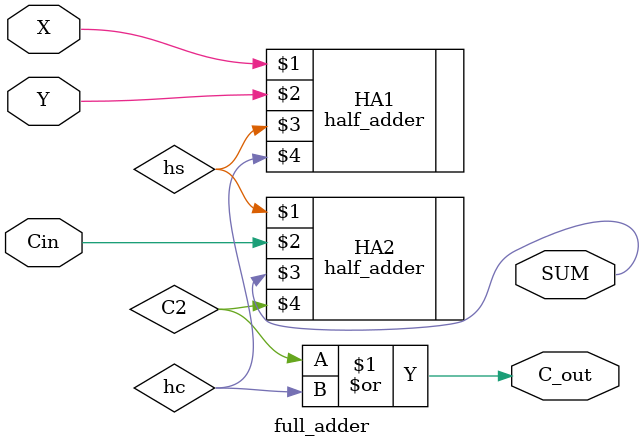
<source format=v>
`timescale	10ns/100ps
`include "./half_adder.v"

module full_adder(SUM,C_out,X,Y,Cin);

input X,Y,Cin;
output SUM,C_out;

half_adder HA1(X,Y,hs,hc);  
half_adder HA2(hs,Cin,SUM,C2);

or(C_out,C2,hc);

endmodule

</source>
